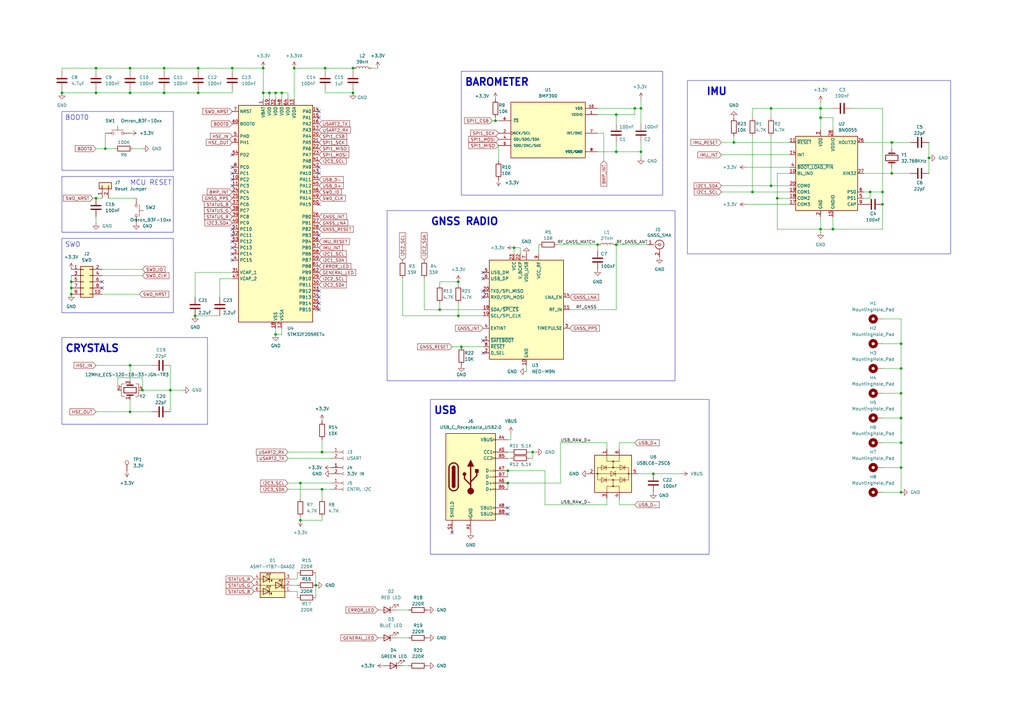
<source format=kicad_sch>
(kicad_sch (version 20230121) (generator eeschema)
  (paper "A3")
  (junction (at 252.73 62.23))
  (junction (at 262.89 44.45))
  (junction (at 369.57 191.77))
  (junction (at 369.57 151.13))
  (junction (at 29.21 115.57))
  (junction (at 365.76 58.42))
  (junction (at 336.55 44.45))
  (junction (at 187.96 129.54))
  (junction (at 336.55 93.98))
  (junction (at 107.95 38.1))
  (junction (at 208.28 193.04))
  (junction (at 58.42 160.02))
  (junction (at 369.57 201.93))
  (junction (at 39.37 38.1))
  (junction (at 80.01 129.54))
  (junction (at 316.23 44.45))
  (junction (at 308.61 78.74))
  (junction (at 203.2 49.53))
  (junction (at 123.19 213.36))
  (junction (at 29.21 120.65))
  (junction (at 210.82 101.6))
  (junction (at 132.08 185.42))
  (junction (at 129.54 240.03))
  (junction (at 361.95 78.74))
  (junction (at 132.08 200.66))
  (junction (at 369.57 181.61))
  (junction (at 144.78 38.1))
  (junction (at 43.18 60.96))
  (junction (at 53.34 149.86))
  (junction (at 341.63 93.98))
  (junction (at 120.65 27.94))
  (junction (at 133.35 27.94))
  (junction (at 110.49 38.1))
  (junction (at 267.97 194.31))
  (junction (at 113.03 137.16))
  (junction (at 369.57 140.97))
  (junction (at 81.28 38.1))
  (junction (at 262.89 62.23))
  (junction (at 180.34 127))
  (junction (at 81.28 27.94))
  (junction (at 252.73 100.33))
  (junction (at 300.99 58.42))
  (junction (at 29.21 118.11))
  (junction (at 316.23 76.2))
  (junction (at 67.31 27.94))
  (junction (at 218.44 185.42))
  (junction (at 113.03 38.1))
  (junction (at 25.4 38.1))
  (junction (at 208.28 198.12))
  (junction (at 369.57 171.45))
  (junction (at 69.85 160.02))
  (junction (at 356.87 78.74))
  (junction (at 260.35 44.45))
  (junction (at 245.11 100.33))
  (junction (at 107.95 27.94))
  (junction (at 318.77 81.28))
  (junction (at 336.55 48.26))
  (junction (at 369.57 161.29))
  (junction (at 189.23 142.24))
  (junction (at 39.37 81.28))
  (junction (at 361.95 83.82))
  (junction (at 144.78 27.94))
  (junction (at 53.34 38.1))
  (junction (at 365.76 71.12))
  (junction (at 252.73 46.99))
  (junction (at 381 64.77))
  (junction (at 39.37 27.94))
  (junction (at 115.57 38.1))
  (junction (at 95.25 27.94))
  (junction (at 187.96 115.57))
  (junction (at 53.34 168.91))
  (junction (at 53.34 27.94))
  (junction (at 123.19 198.12))
  (junction (at 67.31 38.1))
  (no_connect (at 198.12 139.7))
  (no_connect (at 95.25 99.06))
  (no_connect (at 95.25 106.68))
  (no_connect (at 198.12 144.78))
  (no_connect (at 95.25 68.58))
  (no_connect (at 198.12 119.38))
  (no_connect (at 198.12 121.92))
  (no_connect (at 130.81 121.92))
  (no_connect (at 95.25 76.2))
  (no_connect (at 208.28 210.82))
  (no_connect (at 130.81 68.58))
  (no_connect (at 198.12 114.3))
  (no_connect (at 185.42 218.44))
  (no_connect (at 208.28 208.28))
  (no_connect (at 130.81 45.72))
  (no_connect (at 95.25 96.52))
  (no_connect (at 95.25 71.12))
  (no_connect (at 95.25 93.98))
  (no_connect (at 41.91 118.11))
  (no_connect (at 95.25 104.14))
  (no_connect (at 130.81 71.12))
  (no_connect (at 95.25 63.5))
  (no_connect (at 130.81 96.52))
  (no_connect (at 130.81 119.38))
  (no_connect (at 198.12 111.76))
  (no_connect (at 95.25 101.6))
  (no_connect (at 95.25 73.66))
  (no_connect (at 41.91 115.57))
  (no_connect (at 130.81 124.46))
  (no_connect (at 130.81 48.26))
  (no_connect (at 130.81 83.82))
  (no_connect (at 130.81 127))
  (wire (pts (xy 354.33 58.42) (xy 365.76 58.42)))
  (wire (pts (xy 218.44 185.42) (xy 219.71 185.42)))
  (wire (pts (xy 306.07 68.58) (xy 323.85 68.58)))
  (wire (pts (xy 39.37 27.94) (xy 39.37 29.21)))
  (wire (pts (xy 260.35 46.99) (xy 260.35 44.45)))
  (wire (pts (xy 223.52 193.04) (xy 223.52 207.01)))
  (wire (pts (xy 90.17 114.3) (xy 90.17 121.92)))
  (wire (pts (xy 95.25 27.94) (xy 107.95 27.94)))
  (wire (pts (xy 308.61 55.88) (xy 308.61 78.74)))
  (wire (pts (xy 58.42 154.94) (xy 58.42 160.02)))
  (wire (pts (xy 118.11 198.12) (xy 123.19 198.12)))
  (wire (pts (xy 41.91 110.49) (xy 58.42 110.49)))
  (wire (pts (xy 208.28 198.12) (xy 229.87 198.12)))
  (wire (pts (xy 67.31 36.83) (xy 67.31 38.1)))
  (wire (pts (xy 132.08 200.66) (xy 135.89 200.66)))
  (wire (pts (xy 228.6 100.33) (xy 245.11 100.33)))
  (wire (pts (xy 67.31 38.1) (xy 81.28 38.1)))
  (wire (pts (xy 361.95 93.98) (xy 341.63 93.98)))
  (wire (pts (xy 53.34 27.94) (xy 53.34 29.21)))
  (wire (pts (xy 262.89 58.42) (xy 262.89 62.23)))
  (wire (pts (xy 220.98 104.14) (xy 220.98 100.33)))
  (wire (pts (xy 132.08 185.42) (xy 135.89 185.42)))
  (wire (pts (xy 308.61 44.45) (xy 308.61 48.26)))
  (wire (pts (xy 354.33 71.12) (xy 365.76 71.12)))
  (wire (pts (xy 262.89 62.23) (xy 252.73 62.23)))
  (wire (pts (xy 133.35 27.94) (xy 133.35 29.21)))
  (wire (pts (xy 369.57 181.61) (xy 369.57 171.45)))
  (wire (pts (xy 356.87 81.28) (xy 354.33 81.28)))
  (wire (pts (xy 123.19 212.09) (xy 123.19 213.36)))
  (wire (pts (xy 336.55 41.91) (xy 336.55 44.45)))
  (wire (pts (xy 295.91 63.5) (xy 323.85 63.5)))
  (wire (pts (xy 323.85 71.12) (xy 318.77 71.12)))
  (wire (pts (xy 25.4 27.94) (xy 25.4 29.21)))
  (wire (pts (xy 173.99 114.3) (xy 173.99 127)))
  (wire (pts (xy 208.28 198.12) (xy 208.28 200.66)))
  (wire (pts (xy 165.1 129.54) (xy 187.96 129.54)))
  (wire (pts (xy 308.61 78.74) (xy 323.85 78.74)))
  (wire (pts (xy 119.38 237.49) (xy 121.92 237.49)))
  (wire (pts (xy 29.21 113.03) (xy 29.21 115.57)))
  (wire (pts (xy 295.91 78.74) (xy 308.61 78.74)))
  (wire (pts (xy 381 58.42) (xy 381 64.77)))
  (wire (pts (xy 336.55 93.98) (xy 336.55 88.9)))
  (wire (pts (xy 90.17 129.54) (xy 80.01 129.54)))
  (wire (pts (xy 167.64 261.62) (xy 162.56 261.62)))
  (wire (pts (xy 119.38 240.03) (xy 121.92 240.03)))
  (wire (pts (xy 144.78 27.94) (xy 144.78 29.21)))
  (wire (pts (xy 369.57 161.29) (xy 369.57 151.13)))
  (wire (pts (xy 233.68 127) (xy 252.73 127)))
  (wire (pts (xy 107.95 27.94) (xy 107.95 38.1)))
  (wire (pts (xy 323.85 81.28) (xy 318.77 81.28)))
  (wire (pts (xy 213.36 101.6) (xy 213.36 104.14)))
  (wire (pts (xy 113.03 137.16) (xy 115.57 137.16)))
  (wire (pts (xy 300.99 55.88) (xy 300.99 58.42)))
  (wire (pts (xy 361.95 181.61) (xy 369.57 181.61)))
  (wire (pts (xy 252.73 58.42) (xy 252.73 62.23)))
  (wire (pts (xy 48.26 154.94) (xy 58.42 154.94)))
  (wire (pts (xy 41.91 120.65) (xy 57.15 120.65)))
  (wire (pts (xy 29.21 115.57) (xy 29.21 118.11)))
  (wire (pts (xy 248.92 207.01) (xy 248.92 204.47)))
  (wire (pts (xy 300.99 58.42) (xy 323.85 58.42)))
  (wire (pts (xy 316.23 76.2) (xy 323.85 76.2)))
  (wire (pts (xy 361.95 201.93) (xy 369.57 201.93)))
  (wire (pts (xy 129.54 245.11) (xy 129.54 240.03)))
  (wire (pts (xy 356.87 78.74) (xy 356.87 81.28)))
  (wire (pts (xy 80.01 111.76) (xy 95.25 111.76)))
  (wire (pts (xy 356.87 78.74) (xy 354.33 78.74)))
  (wire (pts (xy 295.91 58.42) (xy 300.99 58.42)))
  (wire (pts (xy 144.78 38.1) (xy 133.35 38.1)))
  (wire (pts (xy 361.95 83.82) (xy 361.95 93.98)))
  (wire (pts (xy 262.89 64.77) (xy 262.89 62.23)))
  (wire (pts (xy 118.11 187.96) (xy 135.89 187.96)))
  (wire (pts (xy 218.44 185.42) (xy 218.44 187.96)))
  (wire (pts (xy 115.57 38.1) (xy 115.57 40.64)))
  (wire (pts (xy 43.18 60.96) (xy 39.37 60.96)))
  (wire (pts (xy 252.73 46.99) (xy 252.73 50.8)))
  (wire (pts (xy 81.28 27.94) (xy 95.25 27.94)))
  (wire (pts (xy 118.11 185.42) (xy 132.08 185.42)))
  (wire (pts (xy 81.28 38.1) (xy 95.25 38.1)))
  (wire (pts (xy 80.01 111.76) (xy 80.01 121.92)))
  (wire (pts (xy 39.37 38.1) (xy 53.34 38.1)))
  (wire (pts (xy 361.95 44.45) (xy 361.95 78.74)))
  (wire (pts (xy 267.97 194.31) (xy 261.62 194.31)))
  (wire (pts (xy 247.65 54.61) (xy 245.11 54.61)))
  (wire (pts (xy 58.42 160.02) (xy 69.85 160.02)))
  (wire (pts (xy 95.25 27.94) (xy 95.25 29.21)))
  (wire (pts (xy 39.37 27.94) (xy 53.34 27.94)))
  (wire (pts (xy 262.89 44.45) (xy 262.89 50.8)))
  (wire (pts (xy 247.65 66.04) (xy 247.65 54.61)))
  (wire (pts (xy 381 64.77) (xy 381 71.12)))
  (wire (pts (xy 365.76 71.12) (xy 373.38 71.12)))
  (wire (pts (xy 67.31 27.94) (xy 67.31 29.21)))
  (wire (pts (xy 165.1 114.3) (xy 165.1 129.54)))
  (wire (pts (xy 254 184.15) (xy 254 181.61)))
  (wire (pts (xy 81.28 27.94) (xy 81.28 29.21)))
  (wire (pts (xy 132.08 200.66) (xy 132.08 204.47)))
  (wire (pts (xy 209.55 187.96) (xy 208.28 187.96)))
  (wire (pts (xy 203.2 49.53) (xy 204.47 49.53)))
  (wire (pts (xy 189.23 142.24) (xy 198.12 142.24)))
  (wire (pts (xy 132.08 213.36) (xy 132.08 212.09)))
  (wire (pts (xy 318.77 81.28) (xy 318.77 93.98)))
  (wire (pts (xy 369.57 151.13) (xy 369.57 140.97)))
  (wire (pts (xy 316.23 44.45) (xy 316.23 48.26)))
  (wire (pts (xy 361.95 130.81) (xy 369.57 130.81)))
  (wire (pts (xy 39.37 91.44) (xy 39.37 88.9)))
  (wire (pts (xy 69.85 160.02) (xy 69.85 168.91)))
  (wire (pts (xy 167.64 273.05) (xy 165.1 273.05)))
  (wire (pts (xy 44.45 81.28) (xy 55.88 81.28)))
  (wire (pts (xy 133.35 38.1) (xy 133.35 36.83)))
  (wire (pts (xy 180.34 115.57) (xy 180.34 116.84)))
  (wire (pts (xy 29.21 118.11) (xy 29.21 120.65)))
  (wire (pts (xy 210.82 104.14) (xy 210.82 101.6)))
  (wire (pts (xy 262.89 40.64) (xy 262.89 44.45)))
  (wire (pts (xy 120.65 27.94) (xy 133.35 27.94)))
  (wire (pts (xy 53.34 149.86) (xy 53.34 156.21)))
  (wire (pts (xy 123.19 198.12) (xy 135.89 198.12)))
  (wire (pts (xy 365.76 68.58) (xy 365.76 71.12)))
  (wire (pts (xy 369.57 130.81) (xy 369.57 140.97)))
  (wire (pts (xy 306.07 83.82) (xy 323.85 83.82)))
  (wire (pts (xy 53.34 38.1) (xy 67.31 38.1)))
  (wire (pts (xy 129.54 234.95) (xy 129.54 240.03)))
  (wire (pts (xy 81.28 38.1) (xy 81.28 36.83)))
  (wire (pts (xy 120.65 27.94) (xy 120.65 40.64)))
  (wire (pts (xy 245.11 46.99) (xy 252.73 46.99)))
  (wire (pts (xy 133.35 27.94) (xy 144.78 27.94)))
  (wire (pts (xy 53.34 163.83) (xy 53.34 168.91)))
  (wire (pts (xy 39.37 149.86) (xy 53.34 149.86)))
  (wire (pts (xy 39.37 38.1) (xy 39.37 36.83)))
  (wire (pts (xy 95.25 38.1) (xy 95.25 36.83)))
  (wire (pts (xy 38.1 81.28) (xy 39.37 81.28)))
  (wire (pts (xy 295.91 76.2) (xy 316.23 76.2)))
  (wire (pts (xy 254 204.47) (xy 254 207.01)))
  (wire (pts (xy 369.57 140.97) (xy 361.95 140.97)))
  (wire (pts (xy 223.52 207.01) (xy 248.92 207.01)))
  (wire (pts (xy 365.76 58.42) (xy 365.76 60.96)))
  (wire (pts (xy 218.44 187.96) (xy 217.17 187.96)))
  (wire (pts (xy 185.42 142.24) (xy 189.23 142.24)))
  (wire (pts (xy 53.34 27.94) (xy 67.31 27.94)))
  (wire (pts (xy 349.25 44.45) (xy 361.95 44.45)))
  (wire (pts (xy 267.97 194.31) (xy 279.4 194.31)))
  (wire (pts (xy 154.94 27.94) (xy 152.4 27.94)))
  (wire (pts (xy 336.55 95.25) (xy 336.55 93.98)))
  (wire (pts (xy 252.73 127) (xy 252.73 100.33)))
  (wire (pts (xy 201.93 49.53) (xy 203.2 49.53)))
  (wire (pts (xy 318.77 71.12) (xy 318.77 81.28)))
  (wire (pts (xy 69.85 149.86) (xy 69.85 160.02)))
  (wire (pts (xy 336.55 48.26) (xy 336.55 44.45)))
  (wire (pts (xy 262.89 44.45) (xy 260.35 44.45)))
  (wire (pts (xy 361.95 191.77) (xy 369.57 191.77)))
  (wire (pts (xy 113.03 38.1) (xy 113.03 40.64)))
  (wire (pts (xy 260.35 44.45) (xy 245.11 44.45)))
  (wire (pts (xy 361.95 78.74) (xy 361.95 83.82)))
  (wire (pts (xy 132.08 180.34) (xy 132.08 185.42)))
  (wire (pts (xy 248.92 181.61) (xy 248.92 184.15)))
  (wire (pts (xy 110.49 38.1) (xy 110.49 40.64)))
  (wire (pts (xy 48.26 160.02) (xy 48.26 154.94)))
  (wire (pts (xy 118.11 38.1) (xy 118.11 40.64)))
  (wire (pts (xy 341.63 88.9) (xy 341.63 93.98)))
  (wire (pts (xy 369.57 201.93) (xy 369.57 191.77)))
  (wire (pts (xy 229.87 181.61) (xy 248.92 181.61)))
  (wire (pts (xy 356.87 78.74) (xy 361.95 78.74)))
  (wire (pts (xy 74.93 160.02) (xy 69.85 160.02)))
  (wire (pts (xy 39.37 168.91) (xy 53.34 168.91)))
  (wire (pts (xy 107.95 38.1) (xy 107.95 40.64)))
  (wire (pts (xy 252.73 62.23) (xy 245.11 62.23)))
  (wire (pts (xy 121.92 242.57) (xy 121.92 245.11)))
  (wire (pts (xy 369.57 171.45) (xy 369.57 161.29)))
  (wire (pts (xy 41.91 113.03) (xy 58.42 113.03)))
  (wire (pts (xy 245.11 100.33) (xy 245.11 102.87)))
  (wire (pts (xy 25.4 27.94) (xy 39.37 27.94)))
  (wire (pts (xy 115.57 137.16) (xy 115.57 134.62)))
  (wire (pts (xy 318.77 93.98) (xy 336.55 93.98)))
  (wire (pts (xy 53.34 149.86) (xy 62.23 149.86)))
  (wire (pts (xy 53.34 36.83) (xy 53.34 38.1)))
  (wire (pts (xy 115.57 38.1) (xy 118.11 38.1)))
  (wire (pts (xy 209.55 185.42) (xy 208.28 185.42)))
  (wire (pts (xy 54.61 60.96) (xy 58.42 60.96)))
  (wire (pts (xy 204.47 59.69) (xy 204.47 66.04)))
  (wire (pts (xy 123.19 213.36) (xy 132.08 213.36)))
  (wire (pts (xy 39.37 81.28) (xy 41.91 81.28)))
  (wire (pts (xy 113.03 38.1) (xy 115.57 38.1)))
  (wire (pts (xy 187.96 124.46) (xy 187.96 129.54)))
  (wire (pts (xy 361.95 171.45) (xy 369.57 171.45)))
  (wire (pts (xy 144.78 36.83) (xy 144.78 38.1)))
  (wire (pts (xy 336.55 44.45) (xy 341.63 44.45)))
  (wire (pts (xy 336.55 53.34) (xy 336.55 48.26)))
  (wire (pts (xy 25.4 36.83) (xy 25.4 38.1)))
  (wire (pts (xy 180.34 115.57) (xy 187.96 115.57)))
  (wire (pts (xy 180.34 127) (xy 198.12 127)))
  (wire (pts (xy 107.95 38.1) (xy 110.49 38.1)))
  (wire (pts (xy 110.49 38.1) (xy 113.03 38.1)))
  (wire (pts (xy 46.99 60.96) (xy 43.18 60.96)))
  (wire (pts (xy 218.44 185.42) (xy 217.17 185.42)))
  (wire (pts (xy 252.73 46.99) (xy 260.35 46.99)))
  (wire (pts (xy 167.64 250.19) (xy 162.56 250.19)))
  (wire (pts (xy 316.23 55.88) (xy 316.23 76.2)))
  (wire (pts (xy 121.92 237.49) (xy 121.92 234.95)))
  (wire (pts (xy 365.76 58.42) (xy 373.38 58.42)))
  (wire (pts (xy 341.63 93.98) (xy 336.55 93.98)))
  (wire (pts (xy 252.73 100.33) (xy 265.43 100.33)))
  (wire (pts (xy 341.63 48.26) (xy 336.55 48.26)))
  (wire (pts (xy 361.95 161.29) (xy 369.57 161.29)))
  (wire (pts (xy 53.34 168.91) (xy 62.23 168.91)))
  (wire (pts (xy 209.55 180.34) (xy 208.28 180.34)))
  (wire (pts (xy 43.18 54.61) (xy 43.18 60.96)))
  (wire (pts (xy 118.11 200.66) (xy 132.08 200.66)))
  (wire (pts (xy 215.9 152.4) (xy 215.9 149.86)))
  (wire (pts (xy 203.2 48.26) (xy 203.2 49.53)))
  (wire (pts (xy 341.63 53.34) (xy 341.63 48.26)))
  (wire (pts (xy 95.25 114.3) (xy 90.17 114.3)))
  (wire (pts (xy 123.19 198.12) (xy 123.19 204.47)))
  (wire (pts (xy 210.82 101.6) (xy 213.36 101.6)))
  (wire (pts (xy 254 207.01) (xy 260.35 207.01)))
  (wire (pts (xy 119.38 242.57) (xy 121.92 242.57)))
  (wire (pts (xy 180.34 124.46) (xy 180.34 127)))
  (wire (pts (xy 208.28 193.04) (xy 208.28 195.58)))
  (wire (pts (xy 25.4 38.1) (xy 39.37 38.1)))
  (wire (pts (xy 361.95 151.13) (xy 369.57 151.13)))
  (wire (pts (xy 209.55 177.8) (xy 209.55 180.34)))
  (wire (pts (xy 316.23 44.45) (xy 336.55 44.45)))
  (wire (pts (xy 229.87 198.12) (xy 229.87 181.61)))
  (wire (pts (xy 113.03 134.62) (xy 113.03 137.16)))
  (wire (pts (xy 208.28 193.04) (xy 223.52 193.04)))
  (wire (pts (xy 369.57 191.77) (xy 369.57 181.61)))
  (wire (pts (xy 308.61 44.45) (xy 316.23 44.45)))
  (wire (pts (xy 67.31 27.94) (xy 81.28 27.94)))
  (wire (pts (xy 187.96 129.54) (xy 198.12 129.54)))
  (wire (pts (xy 254 181.61) (xy 260.35 181.61)))
  (wire (pts (xy 173.99 127) (xy 180.34 127)))
  (wire (pts (xy 187.96 115.57) (xy 187.96 116.84)))
  (rectangle (start 25.4 45.72) (end 71.12 69.85))
  (rectangle (start 25.4 97.79) (end 71.12 128.27))
  (rectangle (start 25.4 72.39) (end 71.12 95.25))
  (rectangle (start 158.75 86.36) (end 276.86 156.21))
  (rectangle (start 25.4 138.43) (end 85.09 173.99))
  (rectangle (start 281.94 33.02) (end 389.89 104.14))
  (rectangle (start 189.23 29.21) (end 271.78 80.01))
  (rectangle (start 176.53 163.83) (end 290.83 227.33))
  (text "IMU" (at 289.56 39.37 0) (effects (font (size 3 3) (thickness 0.6) bold) (justify left bottom)))
  (text "GNSS RADIO" (at 176.53 92.71 0) (effects (font (size 3 3) (thickness 0.6) bold) (justify left bottom)))
  (text "SWD" (at 26.67 101.6 0) (effects (font (size 2 2)) (justify left bottom)))
  (text "USB" (at 177.8 170.18 0) (effects (font (size 3 3) bold) (justify left bottom)))
  (text "CRYSTALS" (at 26.67 144.78 0) (effects (font (size 3 3) bold) (justify left bottom)))
  (text "BOOT0" (at 26.67 49.53 0) (effects (font (size 2 2)) (justify left bottom)))
  (text "MCU RESET" (at 53.34 76.2 0) (effects (font (size 2 2)) (justify left bottom)))
  (text "BAROMETER" (at 190.5 35.56 0) (effects (font (size 3 3) (thickness 0.6) bold) (justify left bottom)))
  (label "RF_GNSS_ANT" (at 252.73 100.33 0))
  (label "RF_GNSS" (at 236.22 127 0))
  (label "RF_GNSS_MATCH" (at 228.6 100.33 0))
  (label "USB_RAW_D+" (at 229.87 181.61 0))
  (label "USB_RAW_D-" (at 229.87 207.01 0))
  (global_label "I2C2_SDA" (shape input) (at 173.99 106.68 90) (property "Intersheetrefs" "${INTERSHEET_REFS}" (effects hide)))
  (global_label "GENERAL_LED" (shape input) (at 154.94 261.62 180) (property "Intersheetrefs" "${INTERSHEET_REFS}" (effects hide)))
  (global_label "IMU_INT" (shape input) (at 130.81 101.6 0) (property "Intersheetrefs" "${INTERSHEET_REFS}" (effects hide)))
  (global_label "SPI1_CSB" (shape input) (at 201.93 49.53 180) (property "Intersheetrefs" "${INTERSHEET_REFS}" (effects hide)))
  (global_label "USART2_TX" (shape input) (at 130.81 50.8 0) (property "Intersheetrefs" "${INTERSHEET_REFS}" (effects hide)))
  (global_label "STATUS_G" (shape input) (at 104.14 240.03 180) (property "Intersheetrefs" "${INTERSHEET_REFS}" (effects hide)))
  (global_label "SPI1_MISO" (shape input) (at 204.47 59.69 180) (property "Intersheetrefs" "${INTERSHEET_REFS}" (effects hide)))
  (global_label "I2C2_SCL" (shape input) (at 165.1 106.68 90) (property "Intersheetrefs" "${INTERSHEET_REFS}" (effects hide)))
  (global_label "GNSS_INT" (shape input) (at 198.12 134.62 180) (property "Intersheetrefs" "${INTERSHEET_REFS}" (effects hide)))
  (global_label "GENERAL_LED" (shape input) (at 130.81 111.76 0) (property "Intersheetrefs" "${INTERSHEET_REFS}" (effects hide)))
  (global_label "GNSS_LNA" (shape input) (at 130.81 91.44 0) (property "Intersheetrefs" "${INTERSHEET_REFS}" (effects hide)))
  (global_label "SWD_IO" (shape input) (at 130.81 78.74 0) (property "Intersheetrefs" "${INTERSHEET_REFS}" (effects hide)))
  (global_label "STATUS_B" (shape input) (at 95.25 83.82 180) (property "Intersheetrefs" "${INTERSHEET_REFS}" (effects hide)))
  (global_label "BMP_INT" (shape input) (at 95.25 78.74 180) (property "Intersheetrefs" "${INTERSHEET_REFS}" (effects hide)))
  (global_label "USART2_TX" (shape input) (at 118.11 187.96 180) (property "Intersheetrefs" "${INTERSHEET_REFS}" (effects hide)))
  (global_label "SPI1_SCK" (shape input) (at 130.81 58.42 0) (property "Intersheetrefs" "${INTERSHEET_REFS}" (effects hide)))
  (global_label "GNSS_RESET" (shape input) (at 130.81 93.98 0) (property "Intersheetrefs" "${INTERSHEET_REFS}" (effects hide)))
  (global_label "HSE_IN" (shape input) (at 95.25 55.88 180) (property "Intersheetrefs" "${INTERSHEET_REFS}" (effects hide)))
  (global_label "IMU_RESET" (shape input) (at 295.91 58.42 180) (property "Intersheetrefs" "${INTERSHEET_REFS}" (effects hide)))
  (global_label "USB_D+" (shape input) (at 260.35 181.61 0) (property "Intersheetrefs" "${INTERSHEET_REFS}" (effects hide)))
  (global_label "I2C3_SCL" (shape input) (at 130.81 66.04 0) (property "Intersheetrefs" "${INTERSHEET_REFS}" (effects hide)))
  (global_label "I2C3_SDA" (shape input) (at 118.11 200.66 180) (property "Intersheetrefs" "${INTERSHEET_REFS}" (effects hide)))
  (global_label "ERROR_LED" (shape input) (at 154.94 250.19 180) (property "Intersheetrefs" "${INTERSHEET_REFS}" (effects hide)))
  (global_label "SWD_CLK" (shape input) (at 130.81 81.28 0) (property "Intersheetrefs" "${INTERSHEET_REFS}" (effects hide)))
  (global_label "SWD_NRST" (shape input) (at 95.25 45.72 180) (property "Intersheetrefs" "${INTERSHEET_REFS}" (effects hide)))
  (global_label "I2C3_SDA" (shape input) (at 95.25 91.44 180) (property "Intersheetrefs" "${INTERSHEET_REFS}" (effects hide)))
  (global_label "SWD_NRST" (shape input) (at 38.1 81.28 180) (property "Intersheetrefs" "${INTERSHEET_REFS}" (effects hide)))
  (global_label "I2C1_SDA" (shape input) (at 295.91 76.2 180) (property "Intersheetrefs" "${INTERSHEET_REFS}" (effects hide)))
  (global_label "IMU_INT" (shape input) (at 295.91 63.5 180) (property "Intersheetrefs" "${INTERSHEET_REFS}" (effects hide)))
  (global_label "SWD_IO" (shape input) (at 58.42 110.49 0) (property "Intersheetrefs" "${INTERSHEET_REFS}" (effects hide)))
  (global_label "GNSS_PPS" (shape input) (at 95.25 81.28 180) (property "Intersheetrefs" "${INTERSHEET_REFS}" (effects hide)))
  (global_label "USART2_RX" (shape input) (at 130.81 53.34 0) (property "Intersheetrefs" "${INTERSHEET_REFS}" (effects hide)))
  (global_label "GNSS_INT" (shape input) (at 130.81 88.9 0) (property "Intersheetrefs" "${INTERSHEET_REFS}" (effects hide)))
  (global_label "SWD_NRST" (shape input) (at 57.15 120.65 0) (property "Intersheetrefs" "${INTERSHEET_REFS}" (effects hide)))
  (global_label "SPI1_MOSI" (shape input) (at 204.47 57.15 180) (property "Intersheetrefs" "${INTERSHEET_REFS}" (effects hide)))
  (global_label "USB_D+" (shape input) (at 130.81 76.2 0) (property "Intersheetrefs" "${INTERSHEET_REFS}" (effects hide)))
  (global_label "I2C1_SCL" (shape input) (at 130.81 104.14 0) (property "Intersheetrefs" "${INTERSHEET_REFS}" (effects hide)))
  (global_label "GNSS_LNA" (shape input) (at 233.68 121.92 0) (property "Intersheetrefs" "${INTERSHEET_REFS}" (effects hide)))
  (global_label "USART2_RX" (shape input) (at 118.11 185.42 180) (property "Intersheetrefs" "${INTERSHEET_REFS}" (effects hide)))
  (global_label "HSE_OUT" (shape input) (at 39.37 168.91 180) (property "Intersheetrefs" "${INTERSHEET_REFS}" (effects hide)))
  (global_label "BOOT0" (shape input) (at 95.25 50.8 180) (property "Intersheetrefs" "${INTERSHEET_REFS}" (effects hide)))
  (global_label "I2C1_SCL" (shape input) (at 295.91 78.74 180) (property "Intersheetrefs" "${INTERSHEET_REFS}" (effects hide)))
  (global_label "GNSS_RESET" (shape input) (at 185.42 142.24 180) (property "Intersheetrefs" "${INTERSHEET_REFS}" (effects hide)))
  (global_label "SPI1_MOSI" (shape input) (at 130.81 63.5 0) (property "Intersheetrefs" "${INTERSHEET_REFS}" (effects hide)))
  (global_label "BMP_INT" (shape input) (at 247.65 66.04 270) (property "Intersheetrefs" "${INTERSHEET_REFS}" (effects hide)))
  (global_label "STATUS_G" (shape input) (at 95.25 86.36 180) (property "Intersheetrefs" "${INTERSHEET_REFS}" (effects hide)))
  (global_label "HSE_IN" (shape input) (at 39.37 149.86 180) (property "Intersheetrefs" "${INTERSHEET_REFS}" (effects hide)))
  (global_label "SPI1_MISO" (shape input) (at 130.81 60.96 0) (property "Intersheetrefs" "${INTERSHEET_REFS}" (effects hide)))
  (global_label "SPI1_CSB" (shape input) (at 130.81 55.88 0) (property "Intersheetrefs" "${INTERSHEET_REFS}" (effects hide)))
  (global_label "I2C2_SCL" (shape input) (at 130.81 114.3 0) (property "Intersheetrefs" "${INTERSHEET_REFS}" (effects hide)))
  (global_label "GNSS_PPS" (shape input) (at 233.68 134.62 0) (property "Intersheetrefs" "${INTERSHEET_REFS}" (effects hide)))
  (global_label "SPI1_SCK" (shape input) (at 204.47 54.61 180) (property "Intersheetrefs" "${INTERSHEET_REFS}" (effects hide)))
  (global_label "I2C1_SDA" (shape input) (at 130.81 106.68 0) (property "Intersheetrefs" "${INTERSHEET_REFS}" (effects hide)))
  (global_label "ERROR_LED" (shape input) (at 130.81 109.22 0) (property "Intersheetrefs" "${INTERSHEET_REFS}" (effects hide)))
  (global_label "STATUS_R" (shape input) (at 104.14 237.49 180) (property "Intersheetrefs" "${INTERSHEET_REFS}" (effects hide)))
  (global_label "USB_D-" (shape input) (at 260.35 207.01 0) (property "Intersheetrefs" "${INTERSHEET_REFS}" (effects hide)))
  (global_label "I2C3_SCL" (shape input) (at 118.11 198.12 180) (property "Intersheetrefs" "${INTERSHEET_REFS}" (effects hide)))
  (global_label "BOOT0" (shape input) (at 39.37 60.96 180) (property "Intersheetrefs" "${INTERSHEET_REFS}" (effects hide)))
  (global_label "IMU_RESET" (shape input) (at 130.81 99.06 0) (property "Intersheetrefs" "${INTERSHEET_REFS}" (effects hide)))
  (global_label "HSE_OUT" (shape input) (at 95.25 58.42 180) (property "Intersheetrefs" "${INTERSHEET_REFS}" (effects hide)))
  (global_label "I2C2_SDA" (shape input) (at 130.81 116.84 0) (property "Intersheetrefs" "${INTERSHEET_REFS}" (effects hide)))
  (global_label "USB_D-" (shape input) (at 130.81 73.66 0) (property "Intersheetrefs" "${INTERSHEET_REFS}" (effects hide)))
  (global_label "STATUS_R" (shape input) (at 95.25 88.9 180) (property "Intersheetrefs" "${INTERSHEET_REFS}" (effects hide)))
  (global_label "SWD_CLK" (shape input) (at 58.42 113.03 0) (property "Intersheetrefs" "${INTERSHEET_REFS}" (effects hide)))
  (global_label "STATUS_B" (shape input) (at 104.14 242.57 180) (property "Intersheetrefs" "${INTERSHEET_REFS}" (effects hide)))
  (symbol (lib_id "power:GND") (at 144.78 38.1 0) (mirror y) (unit 1)
    (property "Reference" "#PWR016" (effects hide))
    (property "Value" "GND" (at 148.5729 40.006 0))
  )
  (symbol (lib_id "Switch:SW_Push") (at 55.88 86.36 270) (unit 1)
    (property "Reference" "SW2" (at 59.69 85.09 90) (effects (justify left)))
    (property "Value" "Omron_B3F-10xx" (at 53.34 90.17 90) (effects (justify left)))
    (property "Footprint" "Button_Switch_THT:SW_TH_Tactile_Omron_B3F-10xx" (effects hide))
  )
  (symbol (lib_id "Device:R") (at 189.23 146.05 0) (unit 1)
    (property "Reference" "R22" (at 190.5 144.78 0) (effects (justify left)))
    (property "Value" "10K" (at 190.5 147.32 0) (effects (justify left)))
    (property "Footprint" "Resistor_SMD:R_0603_1608Metric" (effects hide))
  )
  (symbol (lib_id "Device:R") (at 132.08 208.28 0) (unit 1)
    (property "Reference" "R8" (at 134.62 207.01 0) (effects (justify left)))
    (property "Value" "4.7K" (at 134.62 209.55 0) (effects (justify left)))
    (property "Footprint" "Resistor_SMD:R_0603_1608Metric" (effects hide))
  )
  (symbol (lib_id "Device:C") (at 144.78 33.02 0) (mirror y) (unit 1)
    (property "Reference" "C15" (at 140.97 31.75 0) (effects (justify left)))
    (property "Value" "1uF" (at 140.97 34.29 0) (effects (justify left)))
    (property "Footprint" "Capacitor_SMD:C_0603_1608Metric" (effects hide))
  )
  (symbol (lib_id "power:GND") (at 113.03 137.16 0) (unit 1)
    (property "Reference" "#PWR027" (effects hide))
    (property "Value" "GND" (at 111.0548 141.7875 0) (effects (justify left)))
  )
  (symbol (lib_id "power:GND") (at 189.23 149.86 0) (unit 1)
    (property "Reference" "#PWR047" (effects hide))
    (property "Value" "GND" (at 189.23 153.67 0))
  )
  (symbol (lib_id "power:GND") (at 215.9 104.14 180) (unit 1)
    (property "Reference" "#PWR09" (effects hide))
    (property "Value" "GND" (at 215.9 99.06 0))
  )
  (symbol (lib_id "Device:R") (at 125.73 240.03 270) (unit 1)
    (property "Reference" "R16" (at 125.73 237.49 90))
    (property "Value" "220R" (at 125.73 242.57 90))
    (property "Footprint" "Resistor_SMD:R_0603_1608Metric" (effects hide))
  )
  (symbol (lib_id "Device:C") (at 53.34 33.02 0) (unit 1)
    (property "Reference" "C10" (at 57.15 31.75 0) (effects (justify left)))
    (property "Value" "100nF" (at 57.15 34.29 0) (effects (justify left)))
    (property "Footprint" "Capacitor_SMD:C_0603_1608Metric" (effects hide))
  )
  (symbol (lib_id "Device:R") (at 187.96 120.65 0) (unit 1)
    (property "Reference" "R21" (at 189.23 119.38 0) (effects (justify left)))
    (property "Value" "4.7K" (at 189.23 121.92 0) (effects (justify left)))
    (property "Footprint" "Resistor_SMD:R_0603_1608Metric" (effects hide))
  )
  (symbol (lib_id "Mechanical:MountingHole_Pad") (at 359.41 151.13 90) (unit 1)
    (property "Reference" "H3" (at 358.14 144.78 90))
    (property "Value" "MountingHole_Pad" (at 358.14 147.32 90))
    (property "Footprint" "MountingHole:MountingHole_2.2mm_M2_Pad_TopBottom" (effects hide))
  )
  (symbol (lib_id "Device:C") (at 267.97 198.12 0) (unit 1)
    (property "Reference" "C22" (at 271.78 196.85 0) (effects (justify left)))
    (property "Value" "100nF" (at 271.78 199.39 0) (effects (justify left)))
    (property "Footprint" "Capacitor_SMD:C_0603_1608Metric" (effects hide))
  )
  (symbol (lib_id "Mechanical:MountingHole_Pad") (at 359.41 140.97 90) (unit 1)
    (property "Reference" "H2" (at 358.14 134.62 90))
    (property "Value" "MountingHole_Pad" (at 358.14 137.16 90))
    (property "Footprint" "MountingHole:MountingHole_2.2mm_M2_Pad_TopBottom" (effects hide))
  )
  (symbol (lib_id "power:VBUS") (at 209.55 177.8 0) (unit 1)
    (property "Reference" "#PWR039" (effects hide))
    (property "Value" "VBUS" (at 209.55 172.72 0))
  )
  (symbol (lib_id "Device:LED") (at 161.29 273.05 180) (unit 1)
    (property "Reference" "D4" (at 160.02 266.7 0) (effects (justify right)))
    (property "Value" "GREEN LED" (at 156.21 269.24 0) (effects (justify right)))
    (property "Footprint" "LED_SMD:LED_0603_1608Metric" (effects hide))
  )
  (symbol (lib_id "Connector:Conn_01x02_Socket") (at 140.97 198.12 0) (unit 1)
    (property "Reference" "J5" (at 142.24 198.12 0) (effects (justify left)))
    (property "Value" "CNTRL I2C" (at 142.24 200.66 0) (effects (justify left)))
    (property "Footprint" "Connector_JST:JST_XH_B2B-XH-A_1x02_P2.50mm_Vertical" (effects hide))
  )
  (symbol (lib_id "Sensor_Motion:BNO055") (at 339.09 71.12 0) (unit 1)
    (property "Reference" "U2" (at 343.8241 50.8 0) (effects (justify left)))
    (property "Value" "BNO055" (at 343.8241 53.34 0) (effects (justify left)))
    (property "Footprint" "Package_LGA:LGA-28_5.2x3.8mm_P0.5mm" (effects hide))
    (property "Datasheet" "https://www.bosch-sensortec.com/media/boschsensortec/downloads/datasheets/bst-bno055-ds000.pdf" (effects hide))
  )
  (symbol (lib_id "Device:R") (at 204.47 69.85 0) (unit 1)
    (property "Reference" "R10" (at 205.74 68.58 0) (effects (justify left)))
    (property "Value" "10K" (at 205.74 71.12 0) (effects (justify left)))
    (property "Footprint" "Resistor_SMD:R_0603_1608Metric" (effects hide))
  )
  (symbol (lib_id "Device:R") (at 125.73 234.95 270) (unit 1)
    (property "Reference" "R15" (at 125.73 229.87 90))
    (property "Value" "220R" (at 125.73 232.41 90))
    (property "Footprint" "Resistor_SMD:R_0603_1608Metric" (effects hide))
  )
  (symbol (lib_id "power:GND") (at 262.89 64.77 0) (unit 1)
    (property "Reference" "#PWR02" (effects hide))
    (property "Value" "GND" (at 265.43 66.04 0) (effects (justify left)))
  )
  (symbol (lib_id "Device:C") (at 39.37 33.02 0) (unit 1)
    (property "Reference" "C9" (at 43.18 31.75 0) (effects (justify left)))
    (property "Value" "100nF" (at 43.18 34.29 0) (effects (justify left)))
    (property "Footprint" "Capacitor_SMD:C_0603_1608Metric" (effects hide))
  )
  (symbol (lib_id "power:GND") (at 270.51 105.41 0) (unit 1)
    (property "Reference" "#PWR012" (effects hide))
    (property "Value" "GND" (at 270.51 110.49 0))
  )
  (symbol (lib_id "Power_Protection:USBLC6-2SC6") (at 251.46 194.31 270) (unit 1)
    (property "Reference" "U6" (at 267.97 187.3819 90))
    (property "Value" "USBLC6-2SC6" (at 267.97 189.9219 90))
    (property "Footprint" "Package_TO_SOT_SMD:SOT-23-6" (effects hide))
    (property "Datasheet" "https://www.st.com/resource/en/datasheet/usblc6-2.pdf" (effects hide))
  )
  (symbol (lib_id "power:+3.3V") (at 53.34 54.61 270) (unit 1)
    (property "Reference" "#PWR023" (effects hide))
    (property "Value" "+3.3V" (at 57.15 54.61 90) (effects (justify left)))
  )
  (symbol (lib_id "Device:C") (at 90.17 125.73 180) (unit 1)
    (property "Reference" "C23" (at 91.44 123.19 0) (effects (justify right)))
    (property "Value" "2.2uF" (at 91.44 128.27 0) (effects (justify right)))
    (property "Footprint" "Capacitor_SMD:C_0603_1608Metric" (effects hide))
  )
  (symbol (lib_id "power:VBUS") (at 279.4 194.31 270) (unit 1)
    (property "Reference" "#PWR038" (effects hide))
    (property "Value" "VBUS" (at 283.21 194.31 90) (effects (justify left)))
  )
  (symbol (lib_id "power:+3.3V") (at 107.95 27.94 0) (unit 1)
    (property "Reference" "#PWR014" (effects hide))
    (property "Value" "+3.3V" (at 107.95 22.86 0))
  )
  (symbol (lib_id "Device:R") (at 171.45 273.05 90) (unit 1)
    (property "Reference" "R20" (at 171.45 266.7 90))
    (property "Value" "220R" (at 171.45 269.24 90))
    (property "Footprint" "Resistor_SMD:R_0603_1608Metric" (effects hide))
  )
  (symbol (lib_id "power:+3.3V") (at 132.08 172.72 0) (unit 1)
    (property "Reference" "#PWR030" (effects hide))
    (property "Value" "+3.3V" (at 132.08 167.64 0))
  )
  (symbol (lib_id "power:+3.3V") (at 306.07 68.58 90) (unit 1)
    (property "Reference" "#PWR03" (effects hide))
    (property "Value" "+3.3V" (at 302.26 68.58 90) (effects (justify left)))
  )
  (symbol (lib_id "Device:R") (at 173.99 110.49 180) (unit 1)
    (property "Reference" "R4" (at 177.8 109.22 0))
    (property "Value" "33R" (at 177.8 111.76 0))
    (property "Footprint" "Resistor_SMD:R_0603_1608Metric" (effects hide))
  )
  (symbol (lib_id "power:GND") (at 29.21 120.65 0) (unit 1)
    (property "Reference" "#PWR019" (effects hide))
    (property "Value" "GND" (at 29.21 125.73 0))
  )
  (symbol (lib_id "Connector:TestPoint") (at 52.07 193.04 0) (unit 1)
    (property "Reference" "TP1" (at 54.61 188.468 0) (effects (justify left)))
    (property "Value" "3.3V" (at 54.61 191.008 0) (effects (justify left)))
    (property "Footprint" "TestPoint:TestPoint_Pad_D2.0mm" (effects hide))
  )
  (symbol (lib_id "Device:Crystal") (at 365.76 64.77 90) (unit 1)
    (property "Reference" "Y1" (at 369.57 63.5 90) (effects (justify right)))
    (property "Value" "32.768KHz" (at 369.57 66.04 90) (effects (justify right)))
    (property "Footprint" "Crystal:Crystal_SMD_3215-2Pin_3.2x1.5mm" (effects hide))
  )
  (symbol (lib_id "power:GND") (at 175.26 261.62 90) (unit 1)
    (property "Reference" "#PWR043" (effects hide))
    (property "Value" "GND" (at 179.07 261.62 90) (effects (justify right)))
  )
  (symbol (lib_id "power:GND") (at 215.9 152.4 270) (unit 1)
    (property "Reference" "#PWR010" (effects hide))
    (property "Value" "GND" (at 212.09 152.4 90) (effects (justify right)))
  )
  (symbol (lib_id "Device:R") (at 125.73 245.11 270) (unit 1)
    (property "Reference" "R17" (at 125.73 247.65 90))
    (property "Value" "220R" (at 125.73 250.19 90))
    (property "Footprint" "Resistor_SMD:R_0603_1608Metric" (effects hide))
  )
  (symbol (lib_id "power:+3.3VA") (at 120.65 27.94 0) (unit 1)
    (property "Reference" "#PWR015" (effects hide))
    (property "Value" "+3.3VA" (at 120.65 22.86 0))
  )
  (symbol (lib_id "Device:R") (at 224.79 100.33 270) (unit 1)
    (property "Reference" "R5" (at 224.79 95.25 90))
    (property "Value" "10R" (at 224.79 97.79 90))
    (property "Footprint" "Resistor_SMD:R_0603_1608Metric" (effects hide))
  )
  (symbol (lib_id "Connector:Conn_01x02_Socket") (at 140.97 185.42 0) (unit 1)
    (property "Reference" "J3" (at 142.24 185.42 0) (effects (justify left)))
    (property "Value" "USART" (at 142.24 187.96 0) (effects (justify left)))
    (property "Footprint" "Connector_JST:JST_XH_B2B-XH-A_1x02_P2.50mm_Vertical" (effects hide))
  )
  (symbol (lib_id "power:GND") (at 219.71 185.42 90) (unit 1)
    (property "Reference" "#PWR040" (effects hide))
    (property "Value" "GND" (at 223.52 185.42 90) (effects (justify right)))
  )
  (symbol (lib_id "Device:C") (at 252.73 54.61 0) (unit 1)
    (property "Reference" "C1" (at 254 57.15 0) (effects (justify left)))
    (property "Value" "100nF" (at 254 52.07 0) (effects (justify left)))
    (property "Footprint" "Capacitor_SMD:C_0603_1608Metric" (effects hide))
  )
  (symbol (lib_id "Device:C") (at 66.04 168.91 90) (unit 1)
    (property "Reference" "C20" (at 66.04 162.56 90))
    (property "Value" "22pF" (at 66.04 165.1 90))
    (property "Footprint" "Capacitor_SMD:C_0603_1608Metric" (effects hide))
  )
  (symbol (lib_id "Device:L") (at 148.59 27.94 270) (mirror x) (unit 1)
    (property "Reference" "L2" (at 148.59 22.86 90))
    (property "Value" "39nH" (at 148.59 25.4 90))
    (property "Footprint" "Inductor_SMD:L_0603_1608Metric" (effects hide))
  )
  (symbol (lib_id "Device:R") (at 203.2 44.45 0) (unit 1)
    (property "Reference" "R9" (at 204.47 43.18 0) (effects (justify left)))
    (property "Value" "10K" (at 204.47 45.72 0) (effects (justify left)))
    (property "Footprint" "Resistor_SMD:R_0603_1608Metric" (effects hide))
  )
  (symbol (lib_id "Device:R") (at 308.61 52.07 0) (unit 1)
    (property "Reference" "R1" (at 309.88 50.8 0) (effects (justify left)))
    (property "Value" "4.7K" (at 309.88 53.34 0) (effects (justify left)))
    (property "Footprint" "Resistor_SMD:R_0603_1608Metric" (effects hide))
  )
  (symbol (lib_id "LED:ASMT-YTB7-0AA02") (at 111.76 240.03 0) (unit 1)
    (property "Reference" "D1" (at 111.76 229.87 0))
    (property "Value" "ASMT-YTB7-0AA02" (at 111.76 232.41 0))
    (property "Footprint" "LED_SMD:LED_Avago_PLCC6_3x2.8mm" (effects hide))
    (property "Datasheet" "https://docs.broadcom.com/docs/AV02-3793EN" (effects hide))
  )
  (symbol (lib_id "Device:C") (at 262.89 54.61 0) (unit 1)
    (property "Reference" "C2" (at 264.16 57.15 0) (effects (justify left)))
    (property "Value" "100nF" (at 264.16 52.07 0) (effects (justify left)))
    (property "Footprint" "Capacitor_SMD:C_0603_1608Metric" (effects hide))
  )
  (symbol (lib_id "Device:C") (at 345.44 44.45 270) (mirror x) (unit 1)
    (property "Reference" "C3" (at 345.44 36.83 90))
    (property "Value" "100nF" (at 345.44 39.37 90))
    (property "Footprint" "Capacitor_SMD:C_0603_1608Metric" (effects hide))
  )
  (symbol (lib_id "Device:C") (at 95.25 33.02 0) (unit 1)
    (property "Reference" "C13" (at 99.06 31.75 0) (effects (justify left)))
    (property "Value" "100nF" (at 99.06 34.29 0) (effects (justify left)))
    (property "Footprint" "Capacitor_SMD:C_0603_1608Metric" (effects hide))
  )
  (symbol (lib_id "power:+3.3V") (at 135.89 191.77 90) (unit 1)
    (property "Reference" "#PWR032" (effects hide))
    (property "Value" "+3.3V" (at 132.08 191.77 90) (effects (justify left)))
  )
  (symbol (lib_id "power:+3.3V") (at 52.07 193.04 180) (unit 1)
    (property "Reference" "#PWR025" (effects hide))
    (property "Value" "+3.3V" (at 52.07 198.12 0))
  )
  (symbol (lib_id "MCU_ST_STM32F2:STM32F205RETx") (at 113.03 88.9 0) (unit 1)
    (property "Reference" "U4" (at 117.7641 134.62 0) (effects (justify left)))
    (property "Value" "STM32F205RETx" (at 117.7641 137.16 0) (effects (justify left)))
    (property "Footprint" "Package_QFP:LQFP-64_10x10mm_P0.5mm" (effects hide))
    (property "Datasheet" "https://www.st.com/resource/en/datasheet/stm32f205re.pdf" (effects hide))
  )
  (symbol (lib_id "Mechanical:MountingHole_Pad") (at 359.41 181.61 90) (unit 1)
    (property "Reference" "H6" (at 358.14 175.26 90))
    (property "Value" "MountingHole_Pad" (at 358.14 177.8 90))
    (property "Footprint" "MountingHole:MountingHole_2.2mm_M2_Pad_TopBottom" (effects hide))
  )
  (symbol (lib_id "Device:R") (at 213.36 185.42 90) (unit 1)
    (property "Reference" "R11" (at 210.82 182.88 90))
    (property "Value" "5.1K" (at 215.9 182.88 90))
    (property "Footprint" "Resistor_SMD:R_0603_1608Metric" (effects hide))
  )
  (symbol (lib_id "Mechanical:MountingHole_Pad") (at 359.41 191.77 90) (unit 1)
    (property "Reference" "H7" (at 358.14 185.42 90))
    (property "Value" "MountingHole_Pad" (at 358.14 187.96 90))
    (property "Footprint" "MountingHole:MountingHole_2.2mm_M2_Pad_TopBottom" (effects hide))
  )
  (symbol (lib_id "power:GND") (at 74.93 160.02 90) (unit 1)
    (property "Reference" "#PWR024" (effects hide))
    (property "Value" "GND" (at 78.74 160.02 90) (effects (justify right)))
  )
  (symbol (lib_id "Device:R") (at 213.36 187.96 90) (unit 1)
    (property "Reference" "R12" (at 210.82 190.5 90))
    (property "Value" "5.1K" (at 215.9 190.5 90))
    (property "Footprint" "Resistor_SMD:R_0603_1608Metric" (effects hide))
  )
  (symbol (lib_id "power:+3.3V") (at 204.47 73.66 180) (unit 1)
    (property "Reference" "#PWR037" (effects hide))
    (property "Value" "+3.3V" (at 207.01 74.93 0) (effects (justify right)))
  )
  (symbol (lib_id "Device:R") (at 123.19 208.28 0) (unit 1)
    (property "Reference" "R7" (at 125.73 207.01 0) (effects (justify left)))
    (property "Value" "4.7K" (at 125.73 209.55 0) (effects (justify left)))
    (property "Footprint" "Resistor_SMD:R_0603_1608Metric" (effects hide))
  )
  (symbol (lib_id "Device:C") (at 80.01 125.73 180) (unit 1)
    (property "Reference" "C21" (at 81.28 123.19 0) (effects (justify right)))
    (property "Value" "2.2uF" (at 81.28 128.27 0) (effects (justify right)))
    (property "Footprint" "Capacitor_SMD:C_0603_1608Metric" (effects hide))
  )
  (symbol (lib_id "power:GND") (at 369.57 201.93 90) (unit 1)
    (property "Reference" "#PWR031" (effects hide))
    (property "Value" "GND" (at 373.38 201.93 90) (effects (justify right)))
  )
  (symbol (lib_id "power:+3.3V") (at 336.55 41.91 0) (unit 1)
    (property "Reference" "#PWR04" (effects hide))
    (property "Value" "+3.3V" (at 336.55 36.83 0))
  )
  (symbol (lib_id "Mechanical:MountingHole_Pad") (at 359.41 201.93 90) (unit 1)
    (property "Reference" "H8" (at 358.14 195.58 90))
    (property "Value" "MountingHole_Pad" (at 358.14 198.12 90))
    (property "Footprint" "MountingHole:MountingHole_2.2mm_M2_Pad_TopBottom" (effects hide))
  )
  (symbol (lib_id "Device:R") (at 316.23 52.07 0) (unit 1)
    (property "Reference" "R2" (at 317.5 50.8 0) (effects (justify left)))
    (property "Value" "4.7K" (at 317.5 53.34 0) (effects (justify left)))
    (property "Footprint" "Resistor_SMD:R_0603_1608Metric" (effects hide))
  )
  (symbol (lib_id "Device:C") (at 66.04 149.86 270) (unit 1)
    (property "Reference" "C19" (at 66.04 143.51 90))
    (property "Value" "22pF" (at 66.04 146.05 90))
    (property "Footprint" "Capacitor_SMD:C_0603_1608Metric" (effects hide))
  )
  (symbol (lib_id "Device:R") (at 180.34 120.65 0) (unit 1)
    (property "Reference" "R13" (at 181.61 119.38 0) (effects (justify left)))
    (property "Value" "4.7K" (at 181.61 121.92 0) (effects (justify left)))
    (property "Footprint" "Resistor_SMD:R_0603_1608Metric" (effects hide))
  )
  (symbol (lib_id "Device:R") (at 300.99 52.07 0) (unit 1)
    (property "Reference" "R23" (at 302.26 50.8 0) (effects (justify left)))
    (property "Value" "10K" (at 302.26 53.34 0) (effects (justify left)))
    (property "Footprint" "Resistor_SMD:R_0603_1608Metric" (effects hide))
  )
  (symbol (lib_id "Connector_Generic:Conn_02x05_Odd_Even") (at 34.29 115.57 0) (unit 1)
    (property "Reference" "J2" (at 35.56 104.14 0))
    (property "Value" "SWD" (at 35.56 106.68 0))
    (property "Footprint" "Connector_PinHeader_1.27mm:PinHeader_2x05_P1.27mm_Vertical_SMD" (effects hide))
  )
  (symbol (lib_id "power:+3.3V") (at 306.07 83.82 90) (unit 1)
    (property "Reference" "#PWR028" (effects hide))
    (property "Value" "+3.3V" (at 302.26 83.82 90) (effects (justify left)))
  )
  (symbol (lib_id "power:GND") (at 58.42 60.96 90) (unit 1)
    (property "Reference" "#PWR022" (effects hide))
    (property "Value" "GND" (at 62.23 60.96 90) (effects (justify right)))
  )
  (symbol (lib_id "Device:C") (at 245.11 106.68 0) (mirror y) (unit 1)
    (property "Reference" "C7" (at 246.38 104.14 0) (effects (justify right)))
    (property "Value" "100nF" (at 246.38 109.22 0) (effects (justify right)))
    (property "Footprint" "Capacitor_SMD:C_0603_1608Metric" (effects hide))
  )
  (symbol (lib_id "power:+3.3V") (at 123.19 213.36 180) (unit 1)
    (property "Reference" "#PWR07" (effects hide))
    (property "Value" "+3.3V" (at 123.19 218.44 0))
  )
  (symbol (lib_id "power:+3.3V") (at 29.21 110.49 0) (unit 1)
    (property "Reference" "#PWR018" (effects hide))
    (property "Value" "+3.3V" (at 29.21 105.41 0))
  )
  (symbol (lib_id "power:GND") (at 241.3 194.31 270) (unit 1)
    (property "Reference" "#PWR035" (effects hide))
    (property "Value" "GND" (at 237.49 194.31 90) (effects (justify right)))
  )
  (symbol (lib_id "Device:Crystal_GND24") (at 53.34 160.02 90) (unit 1)
    (property "Reference" "Y2" (at 58.42 162.56 90))
    (property "Value" "12MHz_ECS-120-18-33-JGN-TR3" (at 52.07 153.67 90))
    (property "Footprint" "Crystal:Crystal_SMD_3225-4Pin_3.2x2.5mm" (effects hide))
  )
  (symbol (lib_id "Device:C") (at 133.35 33.02 0) (mirror y) (unit 1)
    (property "Reference" "C14" (at 129.54 31.75 0) (effects (justify left)))
    (property "Value" "100nF" (at 129.54 34.29 0) (effects (justify left)))
    (property "Footprint" "Capacitor_SMD:C_0603_1608Metric" (effects hide))
  )
  (symbol (lib_id "Device:R") (at 165.1 110.49 0) (unit 1)
    (property "Reference" "R3" (at 168.91 109.22 0))
    (property "Value" "33R" (at 168.91 111.76 0))
    (property "Footprint" "Resistor_SMD:R_0603_1608Metric" (effects hide))
  )
  (symbol (lib_id "power:+3.3V") (at 154.94 27.94 0) (mirror y) (unit 1)
    (property "Reference" "#PWR017" (effects hide))
    (property "Value" "+3.3V" (at 154.94 22.86 0))
  )
  (symbol (lib_id "Device:C") (at 377.19 71.12 90) (unit 1)
    (property "Reference" "C6" (at 377.19 74.93 90))
    (property "Value" "22pF" (at 377.19 77.47 90))
    (property "Footprint" "Capacitor_SMD:C_0603_1608Metric" (effects hide))
  )
  (symbol (lib_id "Device:C") (at 358.14 83.82 270) (mirror x) (unit 1)
    (property "Reference" "C4" (at 358.14 87.63 90))
    (property "Value" "100nF" (at 358.14 90.17 90))
    (property "Footprint" "Capacitor_SMD:C_0603_1608Metric" (effects hide))
  )
  (symbol (lib_id "Device:C") (at 39.37 85.09 0) (unit 1)
    (property "Reference" "C16" (at 43.18 83.82 0) (effects (justify left)))
    (property "Value" "100nF" (at 43.18 86.36 0) (effects (justify left)))
    (property "Footprint" "Capacitor_SMD:C_0603_1608Metric" (effects hide))
  )
  (symbol (lib_id "Device:R") (at 171.45 261.62 270) (unit 1)
    (property "Reference" "R19" (at 171.45 256.54 90))
    (property "Value" "220R" (at 171.45 259.08 90))
    (property "Footprint" "Resistor_SMD:R_0603_1608Metric" (effects hide))
  )
  (symbol (lib_id "Device:LED") (at 158.75 261.62 180) (unit 1)
    (property "Reference" "D3" (at 160.3375 254 0))
    (property "Value" "BLUE LED" (at 160.3375 256.54 0))
    (property "Footprint" "LED_SMD:LED_0603_1608Metric" (effects hide))
  )
  (symbol (lib_id "power:GND") (at 129.54 240.03 90) (unit 1)
    (property "Reference" "#PWR041" (effects hide))
    (property "Value" "GND" (at 133.35 240.03 90) (effects (justify right)))
  )
  (symbol (lib_id "Device:L") (at 248.92 100.33 270) (mirror x) (unit 1)
    (property "Reference" "L1" (at 248.92 95.25 90))
    (property "Value" "27nH" (at 248.92 97.79 90))
    (property "Footprint" "Inductor_SMD:L_TDK_NLV32_3.2x2.5mm" (effects hide))
  )
  (symbol (lib_id "Device:C") (at 377.19 58.42 90) (unit 1)
    (property "Reference" "C5" (at 377.19 52.07 90))
    (property "Value" "22pF" (at 377.19 54.61 90))
    (property "Footprint" "Capacitor_SMD:C_0603_1608Metric" (effects hide))
  )
  (symbol (lib_id "Device:LED") (at 158.75 250.19 180) (unit 1)
    (property "Reference" "D2" (at 160.3375 242.57 0))
    (property "Value" "RED LED" (at 160.3375 245.11 0))
    (property "Footprint" "LED_SMD:LED_0603_1608Metric" (effects hide))
  )
  (symbol (lib_id "RF_GPS:NEO-M9N") (at 215.9 127 0) (unit 1)
    (property "Reference" "U3" (at 218.0941 149.86 0) (effects (justify left)))
    (property "Value" "NEO-M9N" (at 218.0941 152.4 0) (effects (justify left)))
    (property "Footprint" "RF_GPS:ublox_NEO" (effects hide))
    (property "Datasheet" "https://www.u-blox.com/sites/default/files/NEO-M9N-00B_DataSheet_UBX-19014285.pdf" (effects hide))
  )
  (symbol (lib_id "Mechanical:MountingHole_Pad") (at 359.41 171.45 90) (unit 1)
    (property "Reference" "H5" (at 358.14 165.1 90))
    (property "Value" "MountingHole_Pad" (at 358.14 167.64 90))
    (property "Footprint" "MountingHole:MountingHole_2.2mm_M2_Pad_TopBottom" (effects hide))
  )
  (symbol (lib_id "power:GND") (at 381 64.77 90) (unit 1)
    (property "Reference" "#PWR06" (effects hide))
    (property "Value" "GND" (at 384.81 64.77 90) (effects (justify right)))
  )
  (symbol (lib_id "power:GND") (at 25.4 38.1 0) (unit 1)
    (property "Reference" "#PWR013" (effects hide))
    (property "Value" "GND" (at 25.4 43.18 0))
  )
  (symbol (lib_id "Device:R") (at 132.08 176.53 0) (unit 1)
    (property "Reference" "R14" (at 134.62 175.26 0) (effects (justify left)))
    (property "Value" "10K" (at 134.62 177.8 0) (effects (justify left)))
    (property "Footprint" "Resistor_SMD:R_0603_1608Metric" (effects hide))
  )
  (symbol (lib_id "Device:R") (at 50.8 60.96 90) (unit 1)
    (property "Reference" "R6" (at 50.8 63.5 90))
    (property "Value" "100K" (at 50.8 58.42 90))
    (property "Footprint" "Resistor_SMD:R_0603_1608Metric" (effects hide))
  )
  (symbol (lib_id "Connector:Conn_01x02_Socket") (at 140.97 191.77 0) (unit 1)
    (property "Reference" "J4" (at 142.24 191.77 0) (effects (justify left)))
    (property "Value" "3.3V IN" (at 142.24 194.31 0) (effects (justify left)))
    (property "Footprint" "Connector_JST:JST_XH_B2B-XH-A_1x02_P2.50mm_Vertical" (effects hide))
  )
  (symbol (lib_id "power:GND") (at 175.26 250.19 90) (unit 1)
    (property "Reference" "#PWR042" (effects hide))
    (property "Value" "GND" (at 179.07 250.19 90) (effects (justify right)))
  )
  (symbol (lib_id "Mechanical:MountingHole_Pad") (at 359.41 161.29 90) (unit 1)
    (property "Reference" "H4" (at 358.14 154.94 90))
    (property "Value" "MountingHole_Pad" (at 358.14 157.48 90))
    (property "Footprint" "MountingHole:MountingHole_2.2mm_M2_Pad_TopBottom" (effects hide))
  )
  (symbol (lib_id "power:GND") (at 39.37 91.44 0) (unit 1)
    (property "Reference" "#PWR020" (effects hide))
    (property "Value" "GND" (at 41.91 92.71 0) (effects (justify left)))
  )
  (symbol (lib_id "power:GND") (at 193.04 218.44 0) (unit 1)
    (property "Reference" "#PWR034" (effects hide))
    (property "Value" "GND" (at 193.04 223.52 0))
  )
  (symbol (lib_id "power:GND") (at 245.11 110.49 0) (unit 1)
    (property "Reference" "#PWR011" (effects hide))
    (property "Value" "GND" (at 245.11 115.57 0))
  )
  (symbol (lib_id "BMP390L:BMP390L") (at 224.79 54.61 0) (unit 1)
    (property "Reference" "U1" (at 224.79 36.83 0))
    (property "Value" "BMP390" (at 224.79 39.37 0))
    (property "Footprint" "BMP390L:XDCR_BMP390L" (effects hide))
    (property "MF" "Bosch Sensortec" (effects hide))
    (property "MAXIMUM_PACKAGE_HEIGHT" "0.8 mm" (effects hide))
    (property "Package" "None" (effects hide))
    (property "Price" "None" (effects hide))
    (property "Check_prices" "https://www.snapeda.com/parts/BMP390L/Bosch+Sensortec/view-part/?ref=eda" (effects hide))
    (property "STANDARD" "Manufacturer Recommendation" (effects hide))
    (property "PARTREV" "1.7" (effects hide))
    (property "SnapEDA_Link" "https://www.snapeda.com/parts/BMP390L/Bosch+Sensortec/view-part/?ref=snap" (effects hide))
    (property "MP" "BMP390L" (effects hide))
    (property "Description" "\nPressure Sensor 4.35PSI ~ 18.13PSI (30kPa ~ 125kPa) Absolute - - 10-WFLGA\n" (effects hide))
    (property "MANUFACTURER" "BOSCH" (effects hide))
    (property "Availability" "In Stock" (effects hide))
    (property "SNAPEDA_PN" "BMP390L" (effects hide))
  )
  (symbol (lib_id "power:GND") (at 135.89 194.31 270) (unit 1)
    (property "Reference" "#PWR033" (effects hide))
    (property "Value" "GND" (at 132.08 194.31 90) (effects (justify right)))
  )
  (symbol (lib_id "Connector_Generic:Conn_01x02") (at 41.91 76.2 90) (unit 1)
    (property "Reference" "J7" (at 46.99 74.93 90) (effects (justify right)))
    (property "Value" "Reset Jumper" (at 46.99 77.47 90) (effects (justify right)))
    (property "Footprint" "Connector_PinHeader_2.54mm:PinHeader_1x02_P2.54mm_Vertical" (effects hide))
  )
  (symbol (lib_id "Mechanical:MountingHole_Pad") (at 359.41 130.81 90) (unit 1)
    (property "Reference" "H1" (at 358.14 124.46 90))
    (property "Value" "MountingHole_Pad" (at 358.14 127 90))
    (property "Footprint" "MountingHole:MountingHole_2.2mm_M2_Pad_TopBottom" (effects hide))
  )
  (symbol (lib_id "power:GND") (at 175.26 273.05 90) (unit 1)
    (property "Reference" "#PWR044" (effects hide))
    (property "Value" "GND" (at 179.07 273.05 90) (effects (justify right)))
  )
  (symbol (lib_id "Device:C") (at 25.4 33.02 0) (unit 1)
    (property "Reference" "C8" (at 29.21 31.75 0) (effects (justify left)))
    (property "Value" "4.7uF" (at 29.21 34.29 0) (effects (justify left)))
    (property "Footprint" "Capacitor_SMD:C_0603_1608Metric" (effects hide))
  )
  (symbol (lib_id "Connector:Conn_Coaxial") (at 270.51 100.33 0) (unit 1)
    (property "Reference" "J1" (at 268.6546 94.1123 0) (effects (justify left)))
    (property "Value" "GNSS_SMA" (at 265.43 96.52 0) (effects (justify left)))
    (property "Footprint" "Connector_Coaxial:SMA_Amphenol_132134-10_Vertical" (effects hide))
    (property "Datasheet" " ~" (effects hide))
  )
  (symbol (lib_id "Device:R") (at 171.45 250.19 270) (unit 1)
    (property "Reference" "R18" (at 171.45 245.11 90))
    (property "Value" "220R" (at 171.45 247.65 90))
    (property "Footprint" "Resistor_SMD:R_0603_1608Metric" (effects hide))
  )
  (symbol (lib_id "Device:C") (at 81.28 33.02 0) (unit 1)
    (property "Reference" "C12" (at 85.09 31.75 0) (effects (justify left)))
    (property "Value" "100nF" (at 85.09 34.29 0) (effects (justify left)))
    (property "Footprint" "Capacitor_SMD:C_0603_1608Metric" (effects hide))
  )
  (symbol (lib_id "power:+3.3V") (at 157.48 273.05 90) (unit 1)
    (property "Reference" "#PWR045" (effects hide))
    (property "Value" "+3.3V" (at 153.67 273.05 90) (effects (justify left)))
  )
  (symbol (lib_id "power:+3.3V") (at 210.82 101.6 90) (unit 1)
    (property "Reference" "#PWR08" (effects hide))
    (property "Value" "+3.3V" (at 207.01 101.6 90) (effects (justify left)))
  )
  (symbol (lib_id "power:GND") (at 267.97 201.93 0) (unit 1)
    (property "Reference" "#PWR036" (effects hide))
    (property "Value" "GND" (at 274.32 203.2 0) (effects (justify right)))
  )
  (symbol (lib_id "Switch:SW_Push") (at 48.26 54.61 0) (unit 1)
    (property "Reference" "SW1" (at 43.18 49.53 0) (effects (justify left)))
    (property "Value" "Omron_B3F-10xx" (at 49.53 49.53 0) (effects (justify left)))
    (property "Footprint" "Button_Switch_THT:SW_TH_Tactile_Omron_B3F-10xx" (effects hide))
  )
  (symbol (lib_id "power:+3.3V") (at 187.96 115.57 0) (unit 1)
    (property "Reference" "#PWR046" (effects hide))
    (property "Value" "+3.3V" (at 187.96 110.49 0))
  )
  (symbol (lib_id "power:+3.3V") (at 203.2 40.64 0) (unit 1)
    (property "Reference" "#PWR029" (effects hide))
    (property "Value" "+3.3V" (at 200.66 39.37 0) (effects (justify right)))
  )
  (symbol (lib_id "Connector:USB_C_Receptacle_USB2.0") (at 193.04 195.58 0) (unit 1)
    (property "Reference" "J6" (at 193.04 172.72 0))
    (property "Value" "USB_C_Receptacle_USB2.0" (at 193.04 175.26 0))
    (property "Footprint" "Connector_USB:USB_C_Receptacle_GCT_USB4105-xx-A_16P_TopMnt_Horizontal" (effects hide))
    (property "Datasheet" "https://www.usb.org/sites/default/files/documents/usb_type-c.zip" (effects hide))
  )
  (symbol (lib_id "power:+3.3V") (at 262.89 40.64 0) (unit 1)
    (property "Reference" "#PWR01" (effects hide))
    (property "Value" "+3.3V" (at 265.43 35.56 0) (effects (justify right)))
  )
  (symbol (lib_id "Device:C") (at 67.31 33.02 0) (unit 1)
    (property "Reference" "C11" (at 71.12 31.75 0) (effects (justify left)))
    (property "Value" "100nF" (at 71.12 34.29 0) (effects (justify left)))
    (property "Footprint" "Capacitor_SMD:C_0603_1608Metric" (effects hide))
  )
  (symbol (lib_id "power:GND") (at 55.88 91.44 0) (unit 1)
    (property "Reference" "#PWR021" (effects hide))
    (property "Value" "GND" (at 58.42 92.71 0) (effects (justify left)))
  )
  (symbol (lib_id "power:GND") (at 336.55 95.25 0) (unit 1)
    (property "Reference" "#PWR05" (effects hide))
    (property "Value" "GND" (at 336.55 100.33 0))
  )
  (symbol (lib_id "power:GND") (at 80.01 129.54 0) (unit 1)
    (property "Reference" "#PWR026" (effects hide))
    (property "Value" "GND" (at 78.0348 134.1675 0) (effects (justify left)))
  )
  (symbol (lib_id "power:GND") (at 300.99 48.26 180) (unit 1)
    (property "Reference" "#PWR048" (effects hide))
    (property "Value" "GND" (at 300.99 43.18 0))
  )
)
</source>
